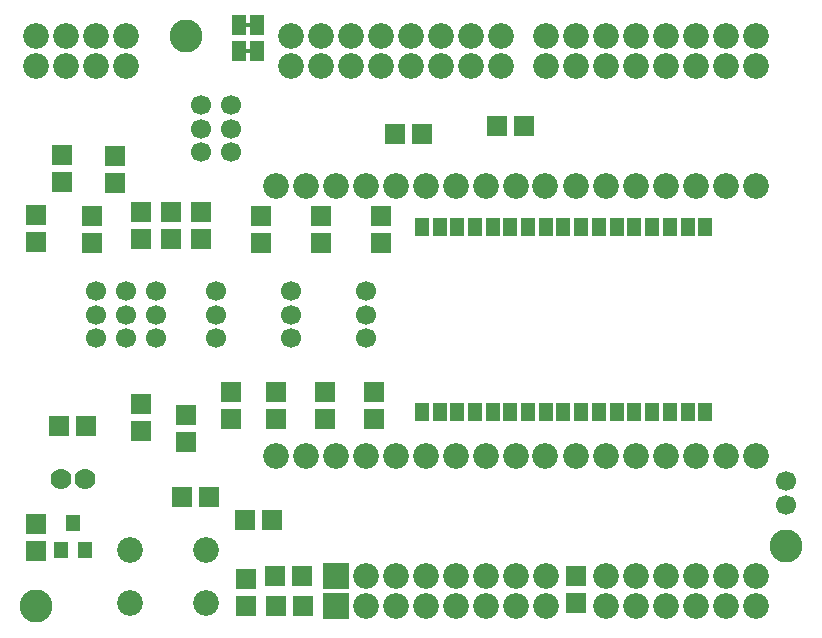
<source format=gbr>
G04 GERBER ASCII OUTPUT FROM: EDWINXP (VER. 1.61 REV. 20080315)*
G04 GERBER FORMAT: RX-274-X*
G04 BOARD: AMICUS_BLUETOOTH_SHIELD*
G04 ARTWORK OF COMP.MASK POSITIVE*
%ASAXBY*%
%FSLAX23Y23*%
%MIA0B0*%
%MOIN*%
%OFA0.0000B0.0000*%
%SFA1B1*%
%IJA0B0*%
%INLAYER1POS*%
%IOA0B0*%
%IPPOS*%
%IR0*%
G04 APERTURE MACROS*
%AMEDWDONUT*
1,1,$1,$2,$3*
1,0,$4,$2,$3*
%
%AMEDWFRECT*
20,1,$1,$2,$3,$4,$5,$6*
%
%AMEDWORECT*
20,1,$1,$2,$3,$4,$5,$10*
20,1,$1,$4,$5,$6,$7,$10*
20,1,$1,$6,$7,$8,$9,$10*
20,1,$1,$8,$9,$2,$3,$10*
1,1,$1,$2,$3*
1,1,$1,$4,$5*
1,1,$1,$6,$7*
1,1,$1,$8,$9*
%
%AMEDWLINER*
20,1,$1,$2,$3,$4,$5,$6*
1,1,$1,$2,$3*
1,1,$1,$4,$5*
%
%AMEDWFTRNG*
4,1,3,$1,$2,$3,$4,$5,$6,$7,$8,$9*
%
%AMEDWATRNG*
4,1,3,$1,$2,$3,$4,$5,$6,$7,$8,$9*
20,1,$11,$1,$2,$3,$4,$10*
20,1,$11,$3,$4,$5,$6,$10*
20,1,$11,$5,$6,$7,$8,$10*
1,1,$11,$3,$4*
1,1,$11,$5,$6*
1,1,$11,$7,$8*
%
%AMEDWOTRNG*
20,1,$1,$2,$3,$4,$5,$8*
20,1,$1,$4,$5,$6,$7,$8*
20,1,$1,$6,$7,$2,$3,$8*
1,1,$1,$2,$3*
1,1,$1,$4,$5*
1,1,$1,$6,$7*
%
G04*
G04 APERTURE LIST*
%ADD10R,0.0500X0.0580*%
%ADD11R,0.0740X0.0820*%
%ADD12R,0.0400X0.0480*%
%ADD13R,0.0640X0.0720*%
%ADD14R,0.04724X0.05906*%
%ADD15R,0.07124X0.08306*%
%ADD16R,0.03937X0.05118*%
%ADD17R,0.06337X0.07518*%
%ADD18R,0.0860X0.0860*%
%ADD19R,0.1100X0.1100*%
%ADD20R,0.0700X0.0700*%
%ADD21R,0.0940X0.0940*%
%ADD22R,0.0700X0.0650*%
%ADD23R,0.0940X0.0890*%
%ADD24R,0.0600X0.0550*%
%ADD25R,0.0840X0.0790*%
%ADD26R,0.0650X0.0700*%
%ADD27R,0.0890X0.0940*%
%ADD28R,0.0550X0.0600*%
%ADD29R,0.0790X0.0840*%
%ADD30R,0.04724X0.06693*%
%ADD31R,0.07124X0.09093*%
%ADD32R,0.03937X0.05906*%
%ADD33R,0.06337X0.08306*%
%ADD34C,0.00039*%
%ADD36C,0.0010*%
%ADD38C,0.00118*%
%ADD40C,0.0020*%
%ADD41R,0.0020X0.0020*%
%ADD42C,0.00201*%
%ADD43R,0.00201X0.00201*%
%ADD44C,0.00259*%
%ADD45R,0.00259X0.00259*%
%ADD46C,0.0030*%
%ADD47R,0.0030X0.0030*%
%ADD48C,0.0040*%
%ADD49R,0.0040X0.0040*%
%ADD50C,0.00472*%
%ADD52C,0.0050*%
%ADD53R,0.0050X0.0050*%
%ADD54C,0.00512*%
%ADD55R,0.00512X0.00512*%
%ADD56C,0.00515*%
%ADD57R,0.00515X0.00515*%
%ADD58C,0.00551*%
%ADD59R,0.00551X0.00551*%
%ADD60C,0.00591*%
%ADD61R,0.00591X0.00591*%
%ADD62C,0.00616*%
%ADD63R,0.00616X0.00616*%
%ADD64C,0.00659*%
%ADD65R,0.00659X0.00659*%
%ADD66C,0.00672*%
%ADD67R,0.00672X0.00672*%
%ADD68C,0.00687*%
%ADD69R,0.00687X0.00687*%
%ADD70C,0.00787*%
%ADD71R,0.00787X0.00787*%
%ADD72C,0.00799*%
%ADD74C,0.0080*%
%ADD76C,0.00838*%
%ADD77R,0.00838X0.00838*%
%ADD78C,0.00928*%
%ADD79R,0.00928X0.00928*%
%ADD80C,0.00945*%
%ADD82C,0.00972*%
%ADD83R,0.00972X0.00972*%
%ADD84C,0.00984*%
%ADD85R,0.00984X0.00984*%
%ADD86C,0.0100*%
%ADD87R,0.0100X0.0100*%
%ADD88C,0.01115*%
%ADD89R,0.01115X0.01115*%
%ADD90C,0.01115*%
%ADD91R,0.01115X0.01115*%
%ADD92C,0.01181*%
%ADD94C,0.01187*%
%ADD95R,0.01187X0.01187*%
%ADD96C,0.0120*%
%ADD98C,0.01285*%
%ADD99R,0.01285X0.01285*%
%ADD100C,0.0130*%
%ADD102C,0.0130*%
%ADD103R,0.0130X0.0130*%
%ADD104C,0.01401*%
%ADD105R,0.01401X0.01401*%
%ADD106C,0.01428*%
%ADD107R,0.01428X0.01428*%
%ADD108C,0.0150*%
%ADD109R,0.0150X0.0150*%
%ADD110C,0.0157*%
%ADD111R,0.0157X0.0157*%
%ADD112C,0.0160*%
%ADD114C,0.01642*%
%ADD115R,0.01642X0.01642*%
%ADD116C,0.01713*%
%ADD117R,0.01713X0.01713*%
%ADD118C,0.01856*%
%ADD119R,0.01856X0.01856*%
%ADD120C,0.0187*%
%ADD121R,0.0187X0.0187*%
%ADD122C,0.01927*%
%ADD123R,0.01927X0.01927*%
%ADD124C,0.01969*%
%ADD125R,0.01969X0.01969*%
%ADD126C,0.0207*%
%ADD127R,0.0207X0.0207*%
%ADD128C,0.02094*%
%ADD129R,0.02094X0.02094*%
%ADD130C,0.02141*%
%ADD131R,0.02141X0.02141*%
%ADD132C,0.02284*%
%ADD133R,0.02284X0.02284*%
%ADD134C,0.02304*%
%ADD135R,0.02304X0.02304*%
%ADD136C,0.02355*%
%ADD137R,0.02355X0.02355*%
%ADD138C,0.02362*%
%ADD139R,0.02362X0.02362*%
%ADD140C,0.0240*%
%ADD141R,0.0240X0.0240*%
%ADD142C,0.0240*%
%ADD143R,0.0240X0.0240*%
%ADD144C,0.0250*%
%ADD145R,0.0250X0.0250*%
%ADD146C,0.02828*%
%ADD147R,0.02828X0.02828*%
%ADD148C,0.02855*%
%ADD149R,0.02855X0.02855*%
%ADD150C,0.0290*%
%ADD152C,0.02912*%
%ADD153R,0.02912X0.02912*%
%ADD154C,0.02926*%
%ADD155R,0.02926X0.02926*%
%ADD156C,0.02951*%
%ADD158C,0.02991*%
%ADD160C,0.0300*%
%ADD161R,0.0300X0.0300*%
%ADD162C,0.03038*%
%ADD163R,0.03038X0.03038*%
%ADD164C,0.03059*%
%ADD165R,0.03059X0.03059*%
%ADD166C,0.03099*%
%ADD167R,0.03099X0.03099*%
%ADD168C,0.03199*%
%ADD169R,0.03199X0.03199*%
%ADD170C,0.0320*%
%ADD171R,0.0320X0.0320*%
%ADD172C,0.03212*%
%ADD173R,0.03212X0.03212*%
%ADD174C,0.03238*%
%ADD175R,0.03238X0.03238*%
%ADD176C,0.03261*%
%ADD177R,0.03261X0.03261*%
%ADD178C,0.03272*%
%ADD179R,0.03272X0.03272*%
%ADD180C,0.03283*%
%ADD181R,0.03283X0.03283*%
%ADD182C,0.03328*%
%ADD183R,0.03328X0.03328*%
%ADD184C,0.03345*%
%ADD186C,0.03351*%
%ADD187R,0.03351X0.03351*%
%ADD188C,0.03355*%
%ADD189R,0.03355X0.03355*%
%ADD190C,0.03426*%
%ADD191R,0.03426X0.03426*%
%ADD192C,0.03456*%
%ADD193R,0.03456X0.03456*%
%ADD194C,0.03487*%
%ADD195R,0.03487X0.03487*%
%ADD196C,0.03498*%
%ADD197R,0.03498X0.03498*%
%ADD198C,0.0350*%
%ADD199R,0.0350X0.0350*%
%ADD200C,0.03561*%
%ADD201R,0.03561X0.03561*%
%ADD202C,0.03581*%
%ADD204C,0.0360*%
%ADD206C,0.0364*%
%ADD207R,0.0364X0.0364*%
%ADD208C,0.03665*%
%ADD209R,0.03665X0.03665*%
%ADD210C,0.03685*%
%ADD211R,0.03685X0.03685*%
%ADD212C,0.0370*%
%ADD214C,0.0377*%
%ADD215R,0.0377X0.0377*%
%ADD216C,0.03783*%
%ADD217R,0.03783X0.03783*%
%ADD218C,0.03828*%
%ADD219R,0.03828X0.03828*%
%ADD220C,0.0390*%
%ADD221R,0.0390X0.0390*%
%ADD222C,0.03937*%
%ADD223R,0.03937X0.03937*%
%ADD224C,0.0397*%
%ADD225R,0.0397X0.0397*%
%ADD226C,0.0400*%
%ADD227R,0.0400X0.0400*%
%ADD228C,0.04042*%
%ADD229R,0.04042X0.04042*%
%ADD230C,0.04113*%
%ADD231R,0.04113X0.04113*%
%ADD232C,0.04132*%
%ADD233R,0.04132X0.04132*%
%ADD234C,0.04173*%
%ADD235R,0.04173X0.04173*%
%ADD236C,0.04189*%
%ADD237R,0.04189X0.04189*%
%ADD238C,0.04211*%
%ADD239R,0.04211X0.04211*%
%ADD240C,0.04256*%
%ADD241R,0.04256X0.04256*%
%ADD242C,0.0427*%
%ADD243R,0.0427X0.0427*%
%ADD244C,0.04283*%
%ADD245R,0.04283X0.04283*%
%ADD246C,0.04327*%
%ADD247R,0.04327X0.04327*%
%ADD248C,0.0447*%
%ADD249R,0.0447X0.0447*%
%ADD250C,0.04494*%
%ADD251R,0.04494X0.04494*%
%ADD252C,0.04497*%
%ADD253R,0.04497X0.04497*%
%ADD254C,0.0450*%
%ADD255R,0.0450X0.0450*%
%ADD256C,0.04541*%
%ADD257R,0.04541X0.04541*%
%ADD258C,0.04684*%
%ADD259R,0.04684X0.04684*%
%ADD260C,0.0470*%
%ADD261R,0.0470X0.0470*%
%ADD262C,0.04704*%
%ADD263R,0.04704X0.04704*%
%ADD264C,0.04724*%
%ADD265R,0.04724X0.04724*%
%ADD266C,0.04755*%
%ADD267R,0.04755X0.04755*%
%ADD268C,0.04762*%
%ADD269R,0.04762X0.04762*%
%ADD270C,0.04791*%
%ADD271R,0.04791X0.04791*%
%ADD272C,0.0490*%
%ADD273R,0.0490X0.0490*%
%ADD274C,0.0500*%
%ADD275R,0.0500X0.0500*%
%ADD276C,0.05027*%
%ADD277R,0.05027X0.05027*%
%ADD278C,0.05068*%
%ADD279R,0.05068X0.05068*%
%ADD280C,0.05118*%
%ADD281R,0.05118X0.05118*%
%ADD282C,0.05228*%
%ADD283R,0.05228X0.05228*%
%ADD284C,0.05255*%
%ADD285R,0.05255X0.05255*%
%ADD286C,0.05326*%
%ADD287R,0.05326X0.05326*%
%ADD288C,0.05438*%
%ADD289R,0.05438X0.05438*%
%ADD290C,0.05499*%
%ADD291R,0.05499X0.05499*%
%ADD292C,0.05567*%
%ADD293R,0.05567X0.05567*%
%ADD294C,0.0560*%
%ADD295R,0.0560X0.0560*%
%ADD296C,0.05612*%
%ADD297R,0.05612X0.05612*%
%ADD298C,0.05661*%
%ADD299R,0.05661X0.05661*%
%ADD300C,0.05672*%
%ADD301R,0.05672X0.05672*%
%ADD302C,0.05683*%
%ADD303R,0.05683X0.05683*%
%ADD304C,0.0570*%
%ADD305R,0.0570X0.0570*%
%ADD306C,0.05726*%
%ADD307R,0.05726X0.05726*%
%ADD308C,0.05751*%
%ADD309R,0.05751X0.05751*%
%ADD310C,0.05755*%
%ADD311R,0.05755X0.05755*%
%ADD312C,0.05826*%
%ADD313R,0.05826X0.05826*%
%ADD314C,0.05843*%
%ADD315R,0.05843X0.05843*%
%ADD316C,0.05856*%
%ADD317R,0.05856X0.05856*%
%ADD318C,0.05887*%
%ADD319R,0.05887X0.05887*%
%ADD320C,0.05898*%
%ADD321R,0.05898X0.05898*%
%ADD322C,0.0590*%
%ADD323R,0.0590X0.0590*%
%ADD324C,0.05906*%
%ADD325R,0.05906X0.05906*%
%ADD326C,0.05961*%
%ADD327R,0.05961X0.05961*%
%ADD328C,0.0600*%
%ADD329R,0.0600X0.0600*%
%ADD330C,0.0604*%
%ADD331R,0.0604X0.0604*%
%ADD332C,0.06065*%
%ADD333R,0.06065X0.06065*%
%ADD334C,0.0617*%
%ADD335R,0.0617X0.0617*%
%ADD336C,0.06183*%
%ADD337R,0.06183X0.06183*%
%ADD338C,0.0620*%
%ADD340C,0.06201*%
%ADD342C,0.06337*%
%ADD343R,0.06337X0.06337*%
%ADD344C,0.06427*%
%ADD345R,0.06427X0.06427*%
%ADD346C,0.0650*%
%ADD347R,0.0650X0.0650*%
%ADD348C,0.06532*%
%ADD349R,0.06532X0.06532*%
%ADD350C,0.06589*%
%ADD351R,0.06589X0.06589*%
%ADD352C,0.06611*%
%ADD353R,0.06611X0.06611*%
%ADD354C,0.06683*%
%ADD355R,0.06683X0.06683*%
%ADD356C,0.06693*%
%ADD357R,0.06693X0.06693*%
%ADD358C,0.06897*%
%ADD359R,0.06897X0.06897*%
%ADD360C,0.0690*%
%ADD361R,0.0690X0.0690*%
%ADD362C,0.06906*%
%ADD363R,0.06906X0.06906*%
%ADD364C,0.0700*%
%ADD365R,0.0700X0.0700*%
%ADD366C,0.0710*%
%ADD367R,0.0710X0.0710*%
%ADD368C,0.07124*%
%ADD369R,0.07124X0.07124*%
%ADD370C,0.07191*%
%ADD371R,0.07191X0.07191*%
%ADD372C,0.07281*%
%ADD373R,0.07281X0.07281*%
%ADD374C,0.07352*%
%ADD375R,0.07352X0.07352*%
%ADD376C,0.07361*%
%ADD377R,0.07361X0.07361*%
%ADD378C,0.0740*%
%ADD379R,0.0740X0.0740*%
%ADD380C,0.07427*%
%ADD381R,0.07427X0.07427*%
%ADD382C,0.07468*%
%ADD383R,0.07468X0.07468*%
%ADD384C,0.07495*%
%ADD385R,0.07495X0.07495*%
%ADD386C,0.0750*%
%ADD387R,0.0750X0.0750*%
%ADD388C,0.07598*%
%ADD390C,0.0760*%
%ADD392C,0.07697*%
%ADD393R,0.07697X0.07697*%
%ADD394C,0.07709*%
%ADD395R,0.07709X0.07709*%
%ADD396C,0.07874*%
%ADD398C,0.07967*%
%ADD399R,0.07967X0.07967*%
%ADD400C,0.0800*%
%ADD401R,0.0800X0.0800*%
%ADD402C,0.0810*%
%ADD403R,0.0810X0.0810*%
%ADD404C,0.08126*%
%ADD405R,0.08126X0.08126*%
%ADD406C,0.08243*%
%ADD407R,0.08243X0.08243*%
%ADD408C,0.08306*%
%ADD409R,0.08306X0.08306*%
%ADD410C,0.08394*%
%ADD411R,0.08394X0.08394*%
%ADD412C,0.0840*%
%ADD413R,0.0840X0.0840*%
%ADD414C,0.08598*%
%ADD416C,0.0860*%
%ADD417R,0.0860X0.0860*%
%ADD418C,0.08601*%
%ADD420C,0.0870*%
%ADD421R,0.0870X0.0870*%
%ADD422C,0.08764*%
%ADD423R,0.08764X0.08764*%
%ADD424C,0.08827*%
%ADD425R,0.08827X0.08827*%
%ADD426C,0.0890*%
%ADD427R,0.0890X0.0890*%
%ADD428C,0.0891*%
%ADD429R,0.0891X0.0891*%
%ADD430C,0.0900*%
%ADD431R,0.0900X0.0900*%
%ADD432C,0.09039*%
%ADD433R,0.09039X0.09039*%
%ADD434C,0.09093*%
%ADD435R,0.09093X0.09093*%
%ADD436C,0.0940*%
%ADD437R,0.0940X0.0940*%
%ADD438C,0.09681*%
%ADD439R,0.09681X0.09681*%
%ADD440C,0.0970*%
%ADD441R,0.0970X0.0970*%
%ADD442C,0.09752*%
%ADD443R,0.09752X0.09752*%
%ADD444C,0.09761*%
%ADD445R,0.09761X0.09761*%
%ADD446C,0.09843*%
%ADD447R,0.09843X0.09843*%
%ADD448C,0.09895*%
%ADD449R,0.09895X0.09895*%
%ADD450C,0.0990*%
%ADD451R,0.0990X0.0990*%
%ADD452C,0.09922*%
%ADD453R,0.09922X0.09922*%
%ADD454C,0.09998*%
%ADD456C,0.1000*%
%ADD457R,0.1000X0.1000*%
%ADD458C,0.10072*%
%ADD459R,0.10072X0.10072*%
%ADD460C,0.10097*%
%ADD461R,0.10097X0.10097*%
%ADD462C,0.10109*%
%ADD463R,0.10109X0.10109*%
%ADD464C,0.10207*%
%ADD465R,0.10207X0.10207*%
%ADD466C,0.10274*%
%ADD468C,0.1040*%
%ADD469R,0.1040X0.1040*%
%ADD470C,0.1040*%
%ADD471R,0.1040X0.1040*%
%ADD472C,0.10794*%
%ADD473R,0.10794X0.10794*%
%ADD474C,0.10998*%
%ADD476C,0.1100*%
%ADD477R,0.1100X0.1100*%
%ADD478C,0.1110*%
%ADD479R,0.1110X0.1110*%
%ADD480C,0.11164*%
%ADD481R,0.11164X0.11164*%
%ADD482C,0.1120*%
%ADD483R,0.1120X0.1120*%
%ADD484C,0.1131*%
%ADD485R,0.1131X0.1131*%
%ADD486C,0.1140*%
%ADD487R,0.1140X0.1140*%
%ADD488C,0.11439*%
%ADD489R,0.11439X0.11439*%
%ADD490C,0.1150*%
%ADD491R,0.1150X0.1150*%
%ADD492C,0.1152*%
%ADD493R,0.1152X0.1152*%
%ADD494C,0.1200*%
%ADD495R,0.1200X0.1200*%
%ADD496C,0.1210*%
%ADD497R,0.1210X0.1210*%
%ADD498C,0.12322*%
%ADD499R,0.12322X0.12322*%
%ADD500C,0.1240*%
%ADD501R,0.1240X0.1240*%
%ADD502C,0.12472*%
%ADD503R,0.12472X0.12472*%
%ADD504C,0.1250*%
%ADD505R,0.1250X0.1250*%
%ADD506C,0.12526*%
%ADD507R,0.12526X0.12526*%
%ADD508C,0.12607*%
%ADD509R,0.12607X0.12607*%
%ADD510C,0.1280*%
%ADD511R,0.1280X0.1280*%
%ADD512C,0.12992*%
%ADD513R,0.12992X0.12992*%
%ADD514C,0.1300*%
%ADD515R,0.1300X0.1300*%
%ADD516C,0.1340*%
%ADD517R,0.1340X0.1340*%
%ADD518C,0.1390*%
%ADD519R,0.1390X0.1390*%
%ADD520C,0.1392*%
%ADD521R,0.1392X0.1392*%
%ADD522C,0.1420*%
%ADD523R,0.1420X0.1420*%
%ADD524C,0.1440*%
%ADD525R,0.1440X0.1440*%
%ADD526C,0.1490*%
%ADD527R,0.1490X0.1490*%
%ADD528C,0.14926*%
%ADD529R,0.14926X0.14926*%
%ADD530C,0.1520*%
%ADD531R,0.1520X0.1520*%
%ADD532C,0.15374*%
%ADD533R,0.15374X0.15374*%
%ADD534C,0.1540*%
%ADD535R,0.1540X0.1540*%
%ADD536C,0.1660*%
%ADD537R,0.1660X0.1660*%
%ADD538C,0.17177*%
%ADD539R,0.17177X0.17177*%
%ADD540C,0.17323*%
%ADD542C,0.1760*%
%ADD543R,0.1760X0.1760*%
%ADD544C,0.17774*%
%ADD545R,0.17774X0.17774*%
%ADD546C,0.18504*%
%ADD548C,0.18898*%
%ADD550C,0.19272*%
%ADD551R,0.19272X0.19272*%
%ADD552C,0.19577*%
%ADD553R,0.19577X0.19577*%
%ADD554C,0.1970*%
%ADD555R,0.1970X0.1970*%
%ADD556C,0.19772*%
%ADD557R,0.19772X0.19772*%
%ADD558C,0.20799*%
%ADD559R,0.20799X0.20799*%
%ADD560C,0.20904*%
%ADD562C,0.2126*%
%ADD564C,0.21298*%
%ADD566C,0.21672*%
%ADD567R,0.21672X0.21672*%
%ADD568C,0.2210*%
%ADD569R,0.2210X0.2210*%
%ADD570C,0.22172*%
%ADD571R,0.22172X0.22172*%
%ADD572C,0.22835*%
%ADD575R,0.23199X0.23199*%
%ADD577R,0.23622X0.23622*%
%ADD579R,0.24768X0.24768*%
%ADD581R,0.24937X0.24937*%
%ADD583R,0.26022X0.26022*%
%ADD585R,0.27168X0.27168*%
%ADD587R,0.27337X0.27337*%
%ADD589R,0.31496X0.31496*%
%ADD591R,0.32811X0.32811*%
%ADD593R,0.33069X0.33069*%
%ADD595R,0.33896X0.33896*%
%ADD597R,0.35211X0.35211*%
%ADD599R,0.35469X0.35469*%
%ADD601R,0.36403X0.36403*%
%ADD603R,0.38803X0.38803*%
%ADD605R,0.43702X0.43702*%
%ADD607R,0.46102X0.46102*%
%ADD609R,0.8652X0.8652*%
%ADD611R,0.8892X0.8892*%
%ADD612C,0.9892*%
%ADD613R,0.9892X0.9892*%
%ADD614C,1.0892*%
%ADD615R,1.0892X1.0892*%
%ADD616C,1.1892*%
%ADD617R,1.1892X1.1892*%
%ADD618C,1.2892*%
%ADD619R,1.2892X1.2892*%
%ADD620C,1.3892*%
%ADD621R,1.3892X1.3892*%
%ADD622C,1.4892*%
%ADD623R,1.4892X1.4892*%
%ADD624C,1.5892*%
%ADD625R,1.5892X1.5892*%
%ADD626C,1.6892*%
%ADD627R,1.6892X1.6892*%
%ADD628C,1.7892*%
%ADD629R,1.7892X1.7892*%
%ADD630C,1.8892*%
%ADD631R,1.8892X1.8892*%
%ADD632C,1.9892*%
%ADD633R,1.9892X1.9892*%
G04*
D364*
X263Y525D02*D03*
X184Y525D02*D03*
D10* 
X183Y288D02*D03*
X263Y288D02*D03*
X223Y376D02*D03*
D414*
X2500Y600D02*D03*
X2400Y600D02*D03*
X2300Y600D02*D03*
X2200Y600D02*D03*
X2100Y600D02*D03*
X1999Y600D02*D03*
X1901Y600D02*D03*
X1797Y600D02*D03*
X1700Y600D02*D03*
X1600Y600D02*D03*
X1500Y600D02*D03*
X1400Y600D02*D03*
X1300Y600D02*D03*
X1200Y600D02*D03*
X1100Y600D02*D03*
X1000Y600D02*D03*
X900Y600D02*D03*
X2500Y1500D02*D03*
X2400Y1500D02*D03*
X2300Y1500D02*D03*
X2200Y1500D02*D03*
X2100Y1500D02*D03*
X1999Y1500D02*D03*
X1901Y1500D02*D03*
X1797Y1500D02*D03*
X1700Y1500D02*D03*
X1600Y1500D02*D03*
X1500Y1500D02*D03*
X1400Y1500D02*D03*
X1300Y1500D02*D03*
X1200Y1500D02*D03*
X1100Y1500D02*D03*
X1000Y1500D02*D03*
X900Y1500D02*D03*
D14* 
X2331Y1363D02*D03*
X2272Y1363D02*D03*
X2213Y1363D02*D03*
X2153Y1363D02*D03*
X2094Y1363D02*D03*
X2035Y1363D02*D03*
X1976Y1363D02*D03*
X1917Y1363D02*D03*
X1858Y1363D02*D03*
X1799Y1363D02*D03*
X1740Y1363D02*D03*
X1681Y1363D02*D03*
X1622Y1363D02*D03*
X1563Y1363D02*D03*
X1504Y1363D02*D03*
X1445Y1363D02*D03*
X1386Y1363D02*D03*
X1386Y748D02*D03*
X1445Y748D02*D03*
X1504Y748D02*D03*
X1563Y748D02*D03*
X1622Y748D02*D03*
X1681Y748D02*D03*
X1740Y748D02*D03*
X1799Y748D02*D03*
X1858Y748D02*D03*
X1917Y748D02*D03*
X1976Y748D02*D03*
X2035Y748D02*D03*
X2094Y748D02*D03*
X2153Y748D02*D03*
X2213Y748D02*D03*
X2272Y748D02*D03*
X2331Y748D02*D03*
D416*
X1800Y2000D02*D03*
X1900Y2000D02*D03*
X2000Y2000D02*D03*
X2100Y2000D02*D03*
X2200Y2000D02*D03*
X2300Y2000D02*D03*
X2400Y2000D02*D03*
X2500Y2000D02*D03*
X1300Y100D02*D03*
X1400Y100D02*D03*
X1500Y100D02*D03*
X1600Y100D02*D03*
X1700Y100D02*D03*
X1800Y100D02*D03*
X950Y2000D02*D03*
X1050Y2000D02*D03*
X1150Y2000D02*D03*
X1250Y2000D02*D03*
X1350Y2000D02*D03*
X1450Y2000D02*D03*
X1550Y2000D02*D03*
X1650Y2000D02*D03*
X2000Y100D02*D03*
X2100Y100D02*D03*
X2200Y100D02*D03*
X2300Y100D02*D03*
X2400Y100D02*D03*
X2500Y100D02*D03*
D18* 
X1100Y200D02*D03*
D416*
X1200Y200D02*D03*
X1300Y200D02*D03*
X1400Y200D02*D03*
X1500Y200D02*D03*
X1600Y200D02*D03*
X1700Y200D02*D03*
X1800Y200D02*D03*
X100Y1900D02*D03*
X200Y1900D02*D03*
X300Y1900D02*D03*
X400Y1900D02*D03*
X2000Y200D02*D03*
X2100Y200D02*D03*
X2200Y200D02*D03*
X2300Y200D02*D03*
X2400Y200D02*D03*
X2500Y200D02*D03*
X950Y1900D02*D03*
X1050Y1900D02*D03*
X1150Y1900D02*D03*
X1250Y1900D02*D03*
X1350Y1900D02*D03*
X1450Y1900D02*D03*
X1550Y1900D02*D03*
X1650Y1900D02*D03*
X1800Y1900D02*D03*
X1900Y1900D02*D03*
X2000Y1900D02*D03*
X2100Y1900D02*D03*
X2200Y1900D02*D03*
X2300Y1900D02*D03*
X2400Y1900D02*D03*
X2500Y1900D02*D03*
D22* 
X1388Y1675D02*D03*
X1298Y1675D02*D03*
D26* 
X450Y775D02*D03*
X450Y685D02*D03*
X450Y1413D02*D03*
X450Y1323D02*D03*
X550Y1413D02*D03*
X550Y1323D02*D03*
X600Y738D02*D03*
X600Y648D02*D03*
D22* 
X678Y463D02*D03*
X588Y463D02*D03*
X798Y388D02*D03*
X888Y388D02*D03*
X900Y100D02*D03*
X990Y100D02*D03*
D26* 
X363Y1600D02*D03*
X363Y1510D02*D03*
X188Y1603D02*D03*
X188Y1513D02*D03*
X288Y1400D02*D03*
X288Y1310D02*D03*
X100Y1403D02*D03*
X100Y1313D02*D03*
X100Y375D02*D03*
X100Y285D02*D03*
D22* 
X265Y700D02*D03*
X175Y700D02*D03*
D414*
X668Y110D02*D03*
X668Y288D02*D03*
X413Y288D02*D03*
X413Y110D02*D03*
D26* 
X800Y190D02*D03*
X800Y100D02*D03*
X1225Y813D02*D03*
X1225Y723D02*D03*
X1050Y1400D02*D03*
X1050Y1310D02*D03*
X1063Y813D02*D03*
X1063Y723D02*D03*
X850Y1400D02*D03*
X850Y1310D02*D03*
X900Y813D02*D03*
X900Y723D02*D03*
D356*
X1200Y1150D02*D03*
X1200Y1071D02*D03*
X1200Y993D02*D03*
X950Y1150D02*D03*
X950Y1071D02*D03*
X950Y993D02*D03*
X700Y1150D02*D03*
X700Y1071D02*D03*
X700Y993D02*D03*
X500Y1150D02*D03*
X500Y1071D02*D03*
X500Y993D02*D03*
X400Y1150D02*D03*
X400Y1071D02*D03*
X400Y993D02*D03*
X300Y1150D02*D03*
X300Y1071D02*D03*
X300Y993D02*D03*
D26* 
X650Y1413D02*D03*
X650Y1323D02*D03*
X750Y813D02*D03*
X750Y723D02*D03*
D22* 
X1728Y1700D02*D03*
X1638Y1700D02*D03*
D416*
X100Y2000D02*D03*
X200Y2000D02*D03*
X300Y2000D02*D03*
X400Y2000D02*D03*
D26* 
X1900Y110D02*D03*
X1900Y200D02*D03*
D22* 
X988Y200D02*D03*
X898Y200D02*D03*
D30* 
X778Y2038D02*D03*
X838Y2038D02*D03*
X778Y1950D02*D03*
X838Y1950D02*D03*
D356*
X2600Y438D02*D03*
X2600Y516D02*D03*
X750Y1613D02*D03*
X750Y1691D02*D03*
X750Y1770D02*D03*
X650Y1613D02*D03*
X650Y1691D02*D03*
X650Y1770D02*D03*
D26* 
X1250Y1400D02*D03*
X1250Y1310D02*D03*
D18* 
X1100Y100D02*D03*
D416*
X1200Y100D02*D03*
D476*
X100Y100D02*D03*
X600Y2000D02*D03*
X2600Y300D02*D03*
D100*
X775Y2038D02*
X829Y2038D01*
X786Y1950D02*
X834Y1950D01*
M02*

</source>
